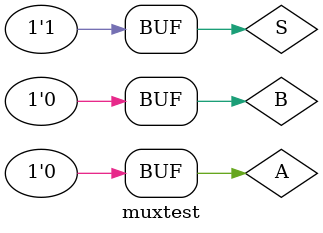
<source format=v>
module muxtest;
reg A,B,S;
wire Y;
mux mux1(A,B,S,Y);
initial
	begin
		S=1;A=0;B=1;
	#50	A=0;B=0;
	#50	S=0;
	#50	A=0;B=1;
	#50	A=1;B=0;
	#50	S=1;
	#50	A=1;B=1;
	#50	A=0;B=0;
	end
initial
	$monitor("select=%b A=%b B=%b out=%b time=%0d",S,A,B,Y,$time);
endmodule

</source>
